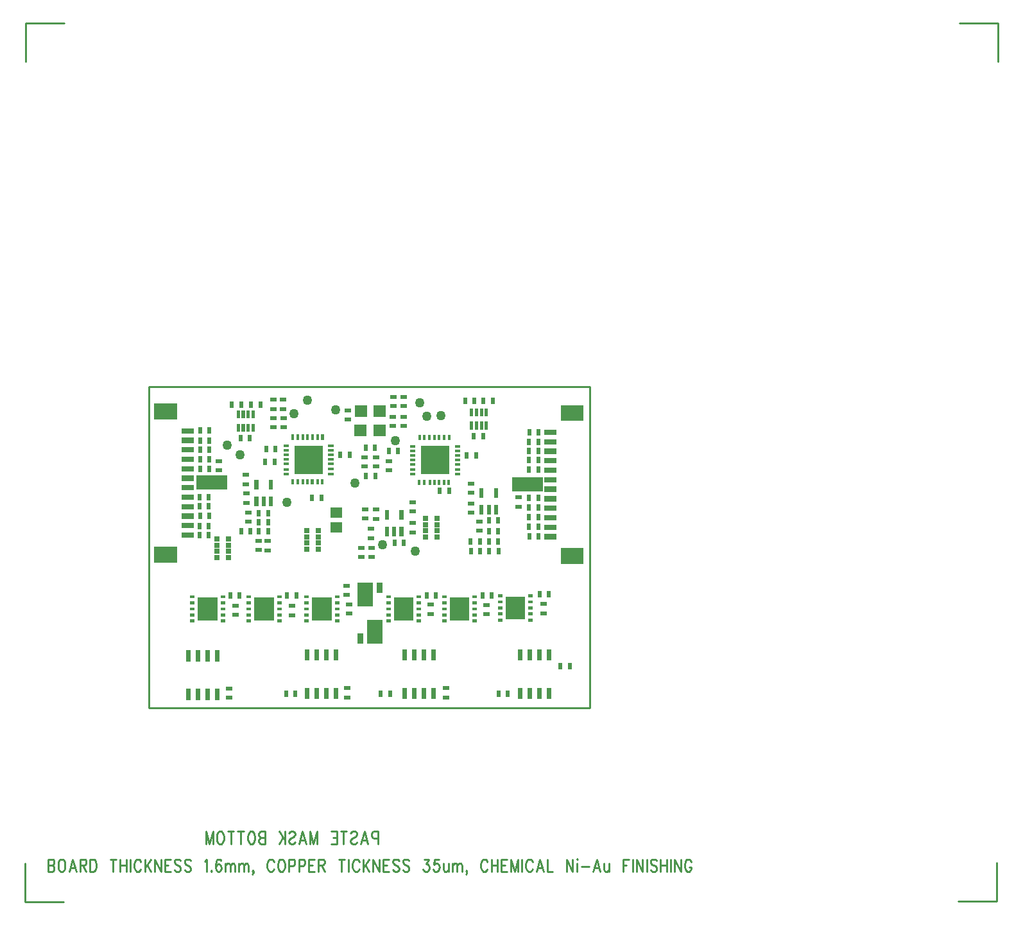
<source format=gbr>
*
*
G04 PADS Layout (Build Number 2007.21.1) generated Gerber (RS-274-X) file*
G04 PC Version=2.1*
*
%IN "2FOC-001.pcb"*%
*
%MOIN*%
*
%FSLAX35Y35*%
*
*
*
*
G04 PC Standard Apertures*
*
*
G04 Thermal Relief Aperture macro.*
%AMTER*
1,1,$1,0,0*
1,0,$1-$2,0,0*
21,0,$3,$4,0,0,45*
21,0,$3,$4,0,0,135*
%
*
*
G04 Annular Aperture macro.*
%AMANN*
1,1,$1,0,0*
1,0,$2,0,0*
%
*
*
G04 Odd Aperture macro.*
%AMODD*
1,1,$1,0,0*
1,0,$1-0.005,0,0*
%
*
*
G04 PC Custom Aperture Macros*
*
*
*
*
*
*
G04 PC Aperture Table*
*
%ADD010C,0.01*%
%ADD016R,0.035X0.024*%
%ADD019R,0.024X0.035*%
%ADD027R,0.06X0.052*%
%ADD037C,0.05*%
%ADD043R,0.025X0.025*%
%ADD048R,0.16X0.076*%
%ADD070C,0.001*%
%ADD072R,0.02756X0.02756*%
%ADD073R,0.08268X0.08268*%
%ADD076R,0.01575X0.01575*%
%ADD077R,0.10236X0.10236*%
%ADD079R,0.07992X0.07992*%
%ADD080R,0.02992X0.02992*%
%ADD093R,0.02362X0.02362*%
%ADD094R,0.01378X0.01378*%
%ADD095R,0.14567X0.14567*%
%ADD096R,0.05906X0.05906*%
%ADD097R,0.017X0.017*%
%ADD098R,0.021X0.021*%
*
*
*
*
G04 PC Circuitry*
G04 Layer Name 2FOC-001.pcb - circuitry*
%LPD*%
*
*
G04 PC Custom Flashes*
G04 Layer Name 2FOC-001.pcb - flashes*
%LPD*%
*
*
G04 PC Circuitry*
G04 Layer Name 2FOC-001.pcb - circuitry*
%LPD*%
*
G54D10*
G01X343862Y393092D02*
Y386529D01*
Y393092D02*
X341816D01*
X341135Y392779*
X340907Y392467*
X340680Y391842*
Y390904*
X340907Y390279*
X341135Y389967*
X341816Y389654*
X343862*
X336816Y393092D02*
X338635Y386529D01*
X336816Y393092D02*
X334998Y386529D01*
X337953Y388717D02*
X335680D01*
X329771Y392154D02*
X330225Y392779D01*
X330907Y393092*
X331816*
X332498Y392779*
X332953Y392154*
Y391529*
X332725Y390904*
X332498Y390592*
X332044Y390279*
X330680Y389654*
X330225Y389342*
X329998Y389029*
X329771Y388404*
Y387467*
X330225Y386842*
X330907Y386529*
X331816*
X332498Y386842*
X332953Y387467*
X326135Y393092D02*
Y386529D01*
X327725Y393092D02*
X324544D01*
X322498D02*
Y386529D01*
Y393092D02*
X319544D01*
X322498Y389967D02*
X320680D01*
X322498Y386529D02*
X319544D01*
X312271Y393092D02*
Y386529D01*
Y393092D02*
X310453Y386529D01*
X308635Y393092D02*
X310453Y386529D01*
X308635Y393092D02*
Y386529D01*
X304771Y393092D02*
X306589Y386529D01*
X304771Y393092D02*
X302953Y386529D01*
X305907Y388717D02*
X303635D01*
X297725Y392154D02*
X298180Y392779D01*
X298862Y393092*
X299771*
X300453Y392779*
X300907Y392154*
Y391529*
X300680Y390904*
X300453Y390592*
X299998Y390279*
X298635Y389654*
X298180Y389342*
X297953Y389029*
X297725Y388404*
Y387467*
X298180Y386842*
X298862Y386529*
X299771*
X300453Y386842*
X300907Y387467*
X295680Y393092D02*
Y386529D01*
X292498Y393092D02*
X295680Y388717D01*
X294544Y390279D02*
X292498Y386529D01*
X285225Y393092D02*
Y386529D01*
Y393092D02*
X283180D01*
X282498Y392779*
X282271Y392467*
X282044Y391842*
Y391217*
X282271Y390592*
X282498Y390279*
X283180Y389967*
X285225D02*
X283180D01*
X282498Y389654*
X282271Y389342*
X282044Y388717*
Y387779*
X282271Y387154*
X282498Y386842*
X283180Y386529*
X285225*
X278635Y393092D02*
X279089Y392779D01*
X279544Y392154*
X279771Y391529*
X279998Y390592*
Y389029*
X279771Y388092*
X279544Y387467*
X279089Y386842*
X278635Y386529*
X277725*
X277271Y386842*
X276816Y387467*
X276589Y388092*
X276362Y389029*
Y390592*
X276589Y391529*
X276816Y392154*
X277271Y392779*
X277725Y393092*
X278635*
X272725D02*
Y386529D01*
X274316Y393092D02*
X271135D01*
X267498D02*
Y386529D01*
X269089Y393092D02*
X265907D01*
X262498D02*
X262953Y392779D01*
X263407Y392154*
X263635Y391529*
X263862Y390592*
Y389029*
X263635Y388092*
X263407Y387467*
X262953Y386842*
X262498Y386529*
X261589*
X261135Y386842*
X260680Y387467*
X260453Y388092*
X260225Y389029*
Y390592*
X260453Y391529*
X260680Y392154*
X261135Y392779*
X261589Y393092*
X262498*
X258180D02*
Y386529D01*
Y393092D02*
X256362Y386529D01*
X254544Y393092D02*
X256362Y386529D01*
X254544Y393092D02*
Y386529D01*
X172602Y378722D02*
Y372159D01*
Y378722D02*
X174647D01*
X175329Y378409*
X175557Y378097*
X175784Y377472*
Y376847*
X175557Y376222*
X175329Y375909*
X174647Y375597*
X172602D02*
X174647D01*
X175329Y375284*
X175557Y374972*
X175784Y374347*
Y373409*
X175557Y372784*
X175329Y372472*
X174647Y372159*
X172602*
X179193Y378722D02*
X178738Y378409D01*
X178284Y377784*
X178057Y377159*
X177829Y376222*
Y374659*
X178057Y373722*
X178284Y373097*
X178738Y372472*
X179193Y372159*
X180102*
X180557Y372472*
X181011Y373097*
X181238Y373722*
X181466Y374659*
Y376222*
X181238Y377159*
X181011Y377784*
X180557Y378409*
X180102Y378722*
X179193*
X185329D02*
X183511Y372159D01*
X185329Y378722D02*
X187147Y372159D01*
X184193Y374347D02*
X186466D01*
X189193Y378722D02*
Y372159D01*
Y378722D02*
X191238D01*
X191920Y378409*
X192147Y378097*
X192375Y377472*
Y376847*
X192147Y376222*
X191920Y375909*
X191238Y375597*
X189193*
X190784D02*
X192375Y372159D01*
X194420Y378722D02*
Y372159D01*
Y378722D02*
X196011D01*
X196693Y378409*
X197147Y377784*
X197375Y377159*
X197602Y376222*
Y374659*
X197375Y373722*
X197147Y373097*
X196693Y372472*
X196011Y372159*
X194420*
X206466Y378722D02*
Y372159D01*
X204875Y378722D02*
X208057D01*
X210102D02*
Y372159D01*
X213284Y378722D02*
Y372159D01*
X210102Y375597D02*
X213284D01*
X215329Y378722D02*
Y372159D01*
X220784Y377159D02*
X220557Y377784D01*
X220102Y378409*
X219647Y378722*
X218738*
X218284Y378409*
X217829Y377784*
X217602Y377159*
X217375Y376222*
Y374659*
X217602Y373722*
X217829Y373097*
X218284Y372472*
X218738Y372159*
X219647*
X220102Y372472*
X220557Y373097*
X220784Y373722*
X222829Y378722D02*
Y372159D01*
X226011Y378722D02*
X222829Y374347D01*
X223966Y375909D02*
X226011Y372159D01*
X228057Y378722D02*
Y372159D01*
Y378722D02*
X231238Y372159D01*
Y378722D02*
Y372159D01*
X233284Y378722D02*
Y372159D01*
Y378722D02*
X236238D01*
X233284Y375597D02*
X235102D01*
X233284Y372159D02*
X236238D01*
X241466Y377784D02*
X241011Y378409D01*
X240329Y378722*
X239420*
X238738Y378409*
X238284Y377784*
Y377159*
X238511Y376534*
X238738Y376222*
X239193Y375909*
X240557Y375284*
X241011Y374972*
X241238Y374659*
X241466Y374034*
Y373097*
X241011Y372472*
X240329Y372159*
X239420*
X238738Y372472*
X238284Y373097*
X246693Y377784D02*
X246238Y378409D01*
X245557Y378722*
X244647*
X243966Y378409*
X243511Y377784*
Y377159*
X243738Y376534*
X243966Y376222*
X244420Y375909*
X245784Y375284*
X246238Y374972*
X246466Y374659*
X246693Y374034*
Y373097*
X246238Y372472*
X245557Y372159*
X244647*
X243966Y372472*
X243511Y373097*
X253966Y377472D02*
X254420Y377784D01*
X255102Y378722*
Y372159*
X257375Y372784D02*
X257147Y372472D01*
X257375Y372159*
X257602Y372472*
X257375Y372784*
X262375Y377784D02*
X262147Y378409D01*
X261466Y378722*
X261011*
X260329Y378409*
X259875Y377472*
X259647Y375909*
Y374347*
X259875Y373097*
X260329Y372472*
X261011Y372159*
X261238*
X261920Y372472*
X262375Y373097*
X262602Y374034*
Y374347*
X262375Y375284*
X261920Y375909*
X261238Y376222*
X261011*
X260329Y375909*
X259875Y375284*
X259647Y374347*
X264647Y376534D02*
Y372159D01*
Y375284D02*
X265329Y376222D01*
X265784Y376534*
X266466*
X266920Y376222*
X267147Y375284*
Y372159*
Y375284D02*
X267829Y376222D01*
X268284Y376534*
X268966*
X269420Y376222*
X269647Y375284*
Y372159*
X271693Y376534D02*
Y372159D01*
Y375284D02*
X272375Y376222D01*
X272829Y376534*
X273511*
X273966Y376222*
X274193Y375284*
Y372159*
Y375284D02*
X274875Y376222D01*
X275329Y376534*
X276011*
X276466Y376222*
X276693Y375284*
Y372159*
X279193Y372472D02*
X278966Y372159D01*
X278738Y372472*
X278966Y372784*
X279193Y372472*
Y371847*
X278966Y371222*
X278738Y370909*
X289875Y377159D02*
X289647Y377784D01*
X289193Y378409*
X288738Y378722*
X287829*
X287375Y378409*
X286920Y377784*
X286693Y377159*
X286466Y376222*
Y374659*
X286693Y373722*
X286920Y373097*
X287375Y372472*
X287829Y372159*
X288738*
X289193Y372472*
X289647Y373097*
X289875Y373722*
X293284Y378722D02*
X292829Y378409D01*
X292375Y377784*
X292147Y377159*
X291920Y376222*
Y374659*
X292147Y373722*
X292375Y373097*
X292829Y372472*
X293284Y372159*
X294193*
X294647Y372472*
X295102Y373097*
X295329Y373722*
X295557Y374659*
Y376222*
X295329Y377159*
X295102Y377784*
X294647Y378409*
X294193Y378722*
X293284*
X297602D02*
Y372159D01*
Y378722D02*
X299647D01*
X300329Y378409*
X300557Y378097*
X300784Y377472*
Y376534*
X300557Y375909*
X300329Y375597*
X299647Y375284*
X297602*
X302829Y378722D02*
Y372159D01*
Y378722D02*
X304875D01*
X305557Y378409*
X305784Y378097*
X306011Y377472*
Y376534*
X305784Y375909*
X305557Y375597*
X304875Y375284*
X302829*
X308057Y378722D02*
Y372159D01*
Y378722D02*
X311011D01*
X308057Y375597D02*
X309875D01*
X308057Y372159D02*
X311011D01*
X313057Y378722D02*
Y372159D01*
Y378722D02*
X315102D01*
X315784Y378409*
X316011Y378097*
X316238Y377472*
Y376847*
X316011Y376222*
X315784Y375909*
X315102Y375597*
X313057*
X314647D02*
X316238Y372159D01*
X325102Y378722D02*
Y372159D01*
X323511Y378722D02*
X326693D01*
X328738D02*
Y372159D01*
X334193Y377159D02*
X333966Y377784D01*
X333511Y378409*
X333057Y378722*
X332147*
X331693Y378409*
X331238Y377784*
X331011Y377159*
X330784Y376222*
Y374659*
X331011Y373722*
X331238Y373097*
X331693Y372472*
X332147Y372159*
X333057*
X333511Y372472*
X333966Y373097*
X334193Y373722*
X336238Y378722D02*
Y372159D01*
X339420Y378722D02*
X336238Y374347D01*
X337375Y375909D02*
X339420Y372159D01*
X341466Y378722D02*
Y372159D01*
Y378722D02*
X344647Y372159D01*
Y378722D02*
Y372159D01*
X346693Y378722D02*
Y372159D01*
Y378722D02*
X349647D01*
X346693Y375597D02*
X348511D01*
X346693Y372159D02*
X349647D01*
X354875Y377784D02*
X354420Y378409D01*
X353738Y378722*
X352829*
X352147Y378409*
X351693Y377784*
Y377159*
X351920Y376534*
X352147Y376222*
X352602Y375909*
X353966Y375284*
X354420Y374972*
X354647Y374659*
X354875Y374034*
Y373097*
X354420Y372472*
X353738Y372159*
X352829*
X352147Y372472*
X351693Y373097*
X360102Y377784D02*
X359647Y378409D01*
X358966Y378722*
X358057*
X357375Y378409*
X356920Y377784*
Y377159*
X357147Y376534*
X357375Y376222*
X357829Y375909*
X359193Y375284*
X359647Y374972*
X359875Y374659*
X360102Y374034*
Y373097*
X359647Y372472*
X358966Y372159*
X358057*
X357375Y372472*
X356920Y373097*
X367829Y378722D02*
X370329D01*
X368966Y376222*
X369647*
X370102Y375909*
X370329Y375597*
X370557Y374659*
Y374034*
X370329Y373097*
X369875Y372472*
X369193Y372159*
X368511*
X367829Y372472*
X367602Y372784*
X367375Y373409*
X375557Y378722D02*
X373284D01*
X373057Y375909*
X373284Y376222*
X373966Y376534*
X374647*
X375329Y376222*
X375784Y375597*
X376011Y374659*
X375784Y374034*
X375557Y373097*
X375102Y372472*
X374420Y372159*
X373738*
X373057Y372472*
X372829Y372784*
X372602Y373409*
X378057Y376534D02*
Y373409D01*
X378284Y372472*
X378738Y372159*
X379420*
X379875Y372472*
X380557Y373409*
Y376534D02*
Y372159D01*
X382602Y376534D02*
Y372159D01*
Y375284D02*
X383284Y376222D01*
X383738Y376534*
X384420*
X384875Y376222*
X385102Y375284*
Y372159*
Y375284D02*
X385784Y376222D01*
X386238Y376534*
X386920*
X387375Y376222*
X387602Y375284*
Y372159*
X390102Y372472D02*
X389875Y372159D01*
X389647Y372472*
X389875Y372784*
X390102Y372472*
Y371847*
X389875Y371222*
X389647Y370909*
X400784Y377159D02*
X400557Y377784D01*
X400102Y378409*
X399647Y378722*
X398738*
X398284Y378409*
X397829Y377784*
X397602Y377159*
X397375Y376222*
Y374659*
X397602Y373722*
X397829Y373097*
X398284Y372472*
X398738Y372159*
X399647*
X400102Y372472*
X400557Y373097*
X400784Y373722*
X402829Y378722D02*
Y372159D01*
X406011Y378722D02*
Y372159D01*
X402829Y375597D02*
X406011D01*
X408057Y378722D02*
Y372159D01*
Y378722D02*
X411011D01*
X408057Y375597D02*
X409875D01*
X408057Y372159D02*
X411011D01*
X413057Y378722D02*
Y372159D01*
Y378722D02*
X414875Y372159D01*
X416693Y378722D02*
X414875Y372159D01*
X416693Y378722D02*
Y372159D01*
X418738Y378722D02*
Y372159D01*
X424193Y377159D02*
X423966Y377784D01*
X423511Y378409*
X423057Y378722*
X422147*
X421693Y378409*
X421238Y377784*
X421011Y377159*
X420784Y376222*
Y374659*
X421011Y373722*
X421238Y373097*
X421693Y372472*
X422147Y372159*
X423057*
X423511Y372472*
X423966Y373097*
X424193Y373722*
X428057Y378722D02*
X426238Y372159D01*
X428057Y378722D02*
X429875Y372159D01*
X426920Y374347D02*
X429193D01*
X431920Y378722D02*
Y372159D01*
X434647*
X441920Y378722D02*
Y372159D01*
Y378722D02*
X445102Y372159D01*
Y378722D02*
Y372159D01*
X447147Y378722D02*
X447375Y378409D01*
X447602Y378722*
X447375Y379034*
X447147Y378722*
X447375Y376534D02*
Y372159D01*
X449647Y374972D02*
X453738D01*
X457602Y378722D02*
X455784Y372159D01*
X457602Y378722D02*
X459420Y372159D01*
X456466Y374347D02*
X458738D01*
X461466Y376534D02*
Y373409D01*
X461693Y372472*
X462147Y372159*
X462829*
X463284Y372472*
X463966Y373409*
Y376534D02*
Y372159D01*
X471238Y378722D02*
Y372159D01*
Y378722D02*
X474193D01*
X471238Y375597D02*
X473057D01*
X476238Y378722D02*
Y372159D01*
X478284Y378722D02*
Y372159D01*
Y378722D02*
X481466Y372159D01*
Y378722D02*
Y372159D01*
X483511Y378722D02*
Y372159D01*
X488738Y377784D02*
X488284Y378409D01*
X487602Y378722*
X486693*
X486011Y378409*
X485557Y377784*
Y377159*
X485784Y376534*
X486011Y376222*
X486466Y375909*
X487829Y375284*
X488284Y374972*
X488511Y374659*
X488738Y374034*
Y373097*
X488284Y372472*
X487602Y372159*
X486693*
X486011Y372472*
X485557Y373097*
X490784Y378722D02*
Y372159D01*
X493966Y378722D02*
Y372159D01*
X490784Y375597D02*
X493966D01*
X496011Y378722D02*
Y372159D01*
X498057Y378722D02*
Y372159D01*
Y378722D02*
X501238Y372159D01*
Y378722D02*
Y372159D01*
X506693Y377159D02*
X506466Y377784D01*
X506011Y378409*
X505557Y378722*
X504647*
X504193Y378409*
X503738Y377784*
X503511Y377159*
X503284Y376222*
Y374659*
X503511Y373722*
X503738Y373097*
X504193Y372472*
X504647Y372159*
X505557*
X506011Y372472*
X506466Y373097*
X506693Y373722*
Y374659*
X505557D02*
X506693D01*
X224988Y457218D02*
X454098D01*
Y623931*
X224988*
Y457218*
X180870Y812710D02*
X160870D01*
Y792710*
X160791Y376490D02*
Y356490D01*
X180791*
X645437Y356805D02*
X665437D01*
Y376805*
X665909Y792631D02*
Y812631D01*
X645909*
G54D16*
X327523Y520622D03*
Y515822D03*
X371421Y510780D03*
Y505980D03*
X400358Y510583D03*
Y505783D03*
X430082Y511173D03*
Y506373D03*
X270043Y510386D03*
Y505586D03*
X299374Y510189D03*
Y505389D03*
X328901Y510976D03*
Y506176D03*
X379295Y462672D03*
Y467472D03*
X266696Y462476D03*
Y467276D03*
X328114Y462672D03*
Y467472D03*
X328311Y606767D03*
Y611567D03*
X342878Y587354D03*
Y582554D03*
X336972Y587354D03*
Y582554D03*
X349767Y580586D03*
Y585386D03*
X342878Y560189D03*
Y555389D03*
X286775Y539050D03*
Y543850D03*
X281854Y539247D03*
Y544047D03*
X276736Y553814D03*
Y558614D03*
X275358Y573302D03*
Y578102D03*
X294846Y602830D03*
Y607630D03*
X294649Y612279D03*
Y617079D03*
X289531Y602830D03*
Y607630D03*
Y612279D03*
Y617079D03*
X351736Y603420D03*
Y608220D03*
X351933Y613854D03*
Y618654D03*
X357248Y603420D03*
Y608220D03*
Y613854D03*
Y618654D03*
X396618Y549090D03*
Y553890D03*
X392287Y568775D03*
Y573575D03*
X361972Y553102D03*
Y548302D03*
Y563929D03*
Y559129D03*
X340319Y545350D03*
Y550150D03*
X337366Y555586D03*
Y560386D03*
X340515Y535507D03*
Y540307D03*
X335397Y535507D03*
Y540307D03*
X392287Y558539D03*
Y563339D03*
X275555Y563657D03*
Y568457D03*
X261185Y580586D03*
Y585386D03*
X417090Y566488D03*
Y561688D03*
G54D19*
X272061Y515395D03*
X267261D03*
X402955Y515466D03*
X398155D03*
X432679Y516254D03*
X427879D03*
X374061Y515395D03*
X369261D03*
X301561D03*
X296761D03*
X296186Y464679D03*
X300986D03*
X345399D03*
X350199D03*
X406619D03*
X411419D03*
X438706Y478852D03*
X443506D03*
X278076Y614482D03*
X282876D03*
X272837D03*
X268037D03*
X398745Y616450D03*
X403545D03*
X394096Y616647D03*
X389296D03*
X277435Y597076D03*
X272635D03*
X398561Y598151D03*
X393761D03*
X329136Y588498D03*
X324336D03*
X285359Y584757D03*
X290159D03*
X342325Y592238D03*
X337525D03*
X342522Y577671D03*
X337722D03*
X314569Y566057D03*
X309769D03*
X380907Y569797D03*
X376107D03*
X394884Y588301D03*
X390084D03*
X256104Y566450D03*
X251304D03*
X256104Y561726D03*
X251304D03*
X256301Y556805D03*
X251501D03*
X256104Y551687D03*
X251304D03*
X256301Y581214D03*
X251501D03*
X256301Y586135D03*
X251501D03*
X256301Y591057D03*
X251501D03*
X256301Y595978D03*
X251501D03*
X422367Y595387D03*
X427167D03*
X422367Y581017D03*
X427167D03*
X422367Y585742D03*
X427167D03*
X422367Y566057D03*
X427167D03*
X422367Y561135D03*
X427167D03*
X422367Y556214D03*
X427167D03*
X422367Y551293D03*
X427167D03*
X422367Y590466D03*
X427167D03*
X285950Y591450D03*
X290750D03*
X349533Y590663D03*
X354333D03*
X401501Y543616D03*
X406301D03*
X357285Y543025D03*
X352485D03*
X282013Y548931D03*
X286813D03*
Y553655D03*
X282013D03*
X286813Y558380D03*
X282013D03*
X401698Y538498D03*
X406498D03*
X406301Y548931D03*
X401501D03*
X406301Y554443D03*
X401501D03*
X392249Y538498D03*
X397049D03*
X251501Y601096D03*
X256301D03*
X427364Y546372D03*
X422564D03*
X251304Y546962D03*
X256104D03*
X427364Y600309D03*
X422564D03*
X272958Y548931D03*
X277758D03*
X392052Y543616D03*
X396852D03*
G54D27*
X322208Y550839D03*
Y558439D03*
G54D37*
X353114Y595978D03*
X369452Y608576D03*
X365515Y615466D03*
X272208Y588498D03*
X307248Y617041D03*
X300161Y609954D03*
X321815Y611726D03*
X265712Y593616D03*
X331854Y573931D03*
X346421Y541844D03*
X296618Y563891D03*
X363350Y538694D03*
X376539Y608970D03*
G54D43*
X266303Y544821D03*
Y541671D03*
Y538521D03*
Y535371D03*
X260303D03*
Y538521D03*
Y541671D03*
Y544821D03*
X313004Y549128D03*
Y545978D03*
Y542828D03*
Y539678D03*
X307004D03*
Y542828D03*
Y545978D03*
Y549128D03*
X368618Y545977D03*
Y549127D03*
Y552277D03*
Y555427D03*
X374618D03*
Y552277D03*
Y549127D03*
Y545977D03*
G54D48*
X257641Y574128D03*
X421618Y573143D03*
G54D70*
G54D72*
X243271Y546864D02*
X246815D01*
X243271Y551785D02*
X246815D01*
X243271Y556706D02*
X246815D01*
X243271Y561628D02*
X246815D01*
X243271Y566549D02*
X246815D01*
X243271Y571470D02*
X246815D01*
X243271Y576391D02*
X246815D01*
X243271Y581313D02*
X246815D01*
X243271Y586234D02*
X246815D01*
X243271Y591155D02*
X246815D01*
X243271Y596076D02*
X246815D01*
X243271Y600998D02*
X246815D01*
X435200Y600210D02*
X431657D01*
X435200Y595289D02*
X431657D01*
X435200Y590368D02*
X431657D01*
X435200Y585446D02*
X431657D01*
X435200Y580525D02*
X431657D01*
X435200Y575604D02*
X431657D01*
X435200Y570683D02*
X431657D01*
X435200Y565761D02*
X431657D01*
X435200Y560840D02*
X431657D01*
X435200Y555919D02*
X431657D01*
X435200Y550998D02*
X431657D01*
X435200Y546076D02*
X431657D01*
G54D73*
X231854Y611037D02*
X235397D01*
X231854Y536824D02*
X235397D01*
X446618Y536037D02*
X443074D01*
X446618Y610250D02*
X443074D01*
G54D76*
X263744Y514876D02*
X262956D01*
X263744Y511726D02*
X262956D01*
X263744Y508576D02*
X262956D01*
X263744Y505427D02*
X262956D01*
X263744Y502277D02*
X262956D01*
X247996D02*
X247208D01*
X247996Y505427D02*
X247208D01*
X247996Y508576D02*
X247208D01*
X247996Y511726D02*
X247208D01*
X247996Y514876D02*
X247208D01*
X293055Y514895D02*
X292267D01*
X293055Y511746D02*
X292267D01*
X293055Y508596D02*
X292267D01*
X293055Y505446D02*
X292267D01*
X293055Y502297D02*
X292267D01*
X277307D02*
X276519D01*
X277307Y505446D02*
X276519D01*
X277307Y508596D02*
X276519D01*
X277307Y511746D02*
X276519D01*
X277307Y514895D02*
X276519D01*
X323055D02*
X322267D01*
X323055Y511746D02*
X322267D01*
X323055Y508596D02*
X322267D01*
X323055Y505446D02*
X322267D01*
X323055Y502297D02*
X322267D01*
X307307D02*
X306519D01*
X307307Y505446D02*
X306519D01*
X307307Y508596D02*
X306519D01*
X307307Y511746D02*
X306519D01*
X307307Y514895D02*
X306519D01*
X365555D02*
X364767D01*
X365555Y511746D02*
X364767D01*
X365555Y508596D02*
X364767D01*
X365555Y505446D02*
X364767D01*
X365555Y502297D02*
X364767D01*
X349807D02*
X349019D01*
X349807Y505446D02*
X349019D01*
X349807Y508596D02*
X349019D01*
X349807Y511746D02*
X349019D01*
X349807Y514895D02*
X349019D01*
X394555D02*
X393767D01*
X394555Y511746D02*
X393767D01*
X394555Y508596D02*
X393767D01*
X394555Y505446D02*
X393767D01*
X394555Y502297D02*
X393767D01*
X378807D02*
X378019D01*
X378807Y505446D02*
X378019D01*
X378807Y508596D02*
X378019D01*
X378807Y511746D02*
X378019D01*
X378807Y514895D02*
X378019D01*
X423555Y515395D02*
X422767D01*
X423555Y512246D02*
X422767D01*
X423555Y509096D02*
X422767D01*
X423555Y505946D02*
X422767D01*
X423555Y502797D02*
X422767D01*
X407807D02*
X407019D01*
X407807Y505946D02*
X407019D01*
X407807Y509096D02*
X407019D01*
X407807Y512246D02*
X407019D01*
X407807Y515395D02*
X407019D01*
G54D77*
X255476Y509364D02*
Y507789D01*
X284787Y509383D02*
Y507809D01*
X314787Y509383D02*
Y507809D01*
X357287Y509383D02*
Y507809D01*
X386287Y509383D02*
Y507809D01*
X415287Y509883D02*
Y508309D01*
G54D79*
X342397Y494446D02*
Y498974D01*
X337193Y513844D02*
Y518372D01*
G54D80*
X334700Y491927D02*
Y494446D01*
X344893Y518368D02*
Y520887D01*
G54D93*
X307228Y486490D02*
Y482946D01*
X312228Y486490D02*
Y482946D01*
X317228Y486490D02*
Y482946D01*
X322228Y486490D02*
Y482946D01*
Y466490D02*
Y462946D01*
X317228Y466490D02*
Y462946D01*
X312228Y466490D02*
Y462946D01*
X307228Y466490D02*
Y462946D01*
X417661Y486490D02*
Y482946D01*
X422661Y486490D02*
Y482946D01*
X427661Y486490D02*
Y482946D01*
X432661Y486490D02*
Y482946D01*
Y466490D02*
Y462946D01*
X427661Y466490D02*
Y462946D01*
X422661Y466490D02*
Y462946D01*
X417661Y466490D02*
Y462946D01*
X245417Y485899D02*
Y482356D01*
X250417Y485899D02*
Y482356D01*
X255417Y485899D02*
Y482356D01*
X260417Y485899D02*
Y482356D01*
Y465899D02*
Y462356D01*
X255417Y465899D02*
Y462356D01*
X250417Y465899D02*
Y462356D01*
X245417Y465899D02*
Y462356D01*
X357819Y486490D02*
Y482946D01*
X362819Y486490D02*
Y482946D01*
X367819Y486490D02*
Y482946D01*
X372819Y486490D02*
Y482946D01*
Y466490D02*
Y462946D01*
X367819Y466490D02*
Y462946D01*
X362819Y466490D02*
Y462946D01*
X357819Y466490D02*
Y462946D01*
G54D94*
X299767Y598439D02*
Y597061D01*
X302326Y598439D02*
Y597061D01*
X304885Y598439D02*
Y597061D01*
X307444Y598439D02*
Y597061D01*
X310004Y598439D02*
Y597061D01*
X312563Y598439D02*
Y597061D01*
X315122Y598439D02*
Y597061D01*
X320141Y593222D02*
X318763D01*
X320141Y590860D02*
X318763D01*
X320141Y588498D02*
X318763D01*
X320141Y586135D02*
X318763D01*
X320141Y583773D02*
X318763D01*
X320141Y581214D02*
X318763D01*
X320141Y578655D02*
X318763D01*
X314925Y575210D02*
Y573832D01*
X312563Y575210D02*
Y573832D01*
X309807Y575210D02*
Y573832D01*
X307444Y575210D02*
Y573832D01*
X305082Y575210D02*
Y573832D01*
X302326Y575210D02*
Y573832D01*
X299570Y575210D02*
Y573832D01*
X296913Y578655D02*
X295535D01*
X296913Y581017D02*
X295535D01*
X296913Y583773D02*
X295535D01*
X296913Y586135D02*
X295535D01*
X296913Y588498D02*
X295535D01*
X296913Y590860D02*
X295535D01*
X296913Y593222D02*
X295535D01*
X365515Y598242D02*
Y596864D01*
X368074Y598242D02*
Y596864D01*
X370633Y598242D02*
Y596864D01*
X373193Y598242D02*
Y596864D01*
X375752Y598242D02*
Y596864D01*
X378311Y598242D02*
Y596864D01*
X380870Y598242D02*
Y596864D01*
X385889Y593025D02*
X384511D01*
X385889Y590663D02*
X384511D01*
X385889Y588301D02*
X384511D01*
X385889Y585939D02*
X384511D01*
X385889Y583576D02*
X384511D01*
X385889Y581017D02*
X384511D01*
X385889Y578458D02*
X384511D01*
X380673Y575013D02*
Y573635D01*
X378311Y575013D02*
Y573635D01*
X375555Y575013D02*
Y573635D01*
X373193Y575013D02*
Y573635D01*
X370830Y575013D02*
Y573635D01*
X368074Y575013D02*
Y573635D01*
X365319Y575013D02*
Y573635D01*
X362661Y578458D02*
X361283D01*
X362661Y580820D02*
X361283D01*
X362661Y583576D02*
X361283D01*
X362661Y585939D02*
X361283D01*
X362661Y588301D02*
X361283D01*
X362661Y590663D02*
X361283D01*
X362661Y593025D02*
X361283D01*
G54D95*
X307838Y585939D03*
X373586Y585742D03*
G54D96*
X345043Y611135D02*
X344649D01*
X345043Y601135D02*
X344649D01*
X335043D02*
X334649D01*
X335200Y611135D02*
X334807D01*
G54D97*
X279094Y601395D02*
Y603829D01*
X276535Y601395D02*
Y603829D01*
X273976Y601395D02*
Y603829D01*
X271417Y601395D02*
Y603829D01*
Y608324D02*
Y610758D01*
X273976Y608324D02*
Y610758D01*
X276535Y608324D02*
Y610758D01*
X279094Y608324D02*
Y610758D01*
X400220Y602470D02*
Y604904D01*
X397661Y602470D02*
Y604904D01*
X395102Y602470D02*
Y604904D01*
X392543Y602470D02*
Y604904D01*
Y609399D02*
Y611833D01*
X395102Y609399D02*
Y611833D01*
X397661Y609399D02*
Y611833D01*
X400220Y609399D02*
Y611833D01*
G54D98*
X356126Y547118D02*
Y550018D01*
X352326Y547118D02*
Y550018D01*
X348526Y547118D02*
Y550018D01*
Y555818D02*
Y558718D01*
X356126Y555818D02*
Y558718D01*
X288410Y562866D02*
Y565766D01*
X284610Y562866D02*
Y565766D01*
X280810Y562866D02*
Y565766D01*
Y571566D02*
Y574466D01*
X288410Y571566D02*
Y574466D01*
X405339Y558535D02*
Y561435D01*
X401539Y558535D02*
Y561435D01*
X397739Y558535D02*
Y561435D01*
Y567235D02*
Y570135D01*
X405339Y567235D02*
Y570135D01*
X0Y0D02*
M02*

</source>
